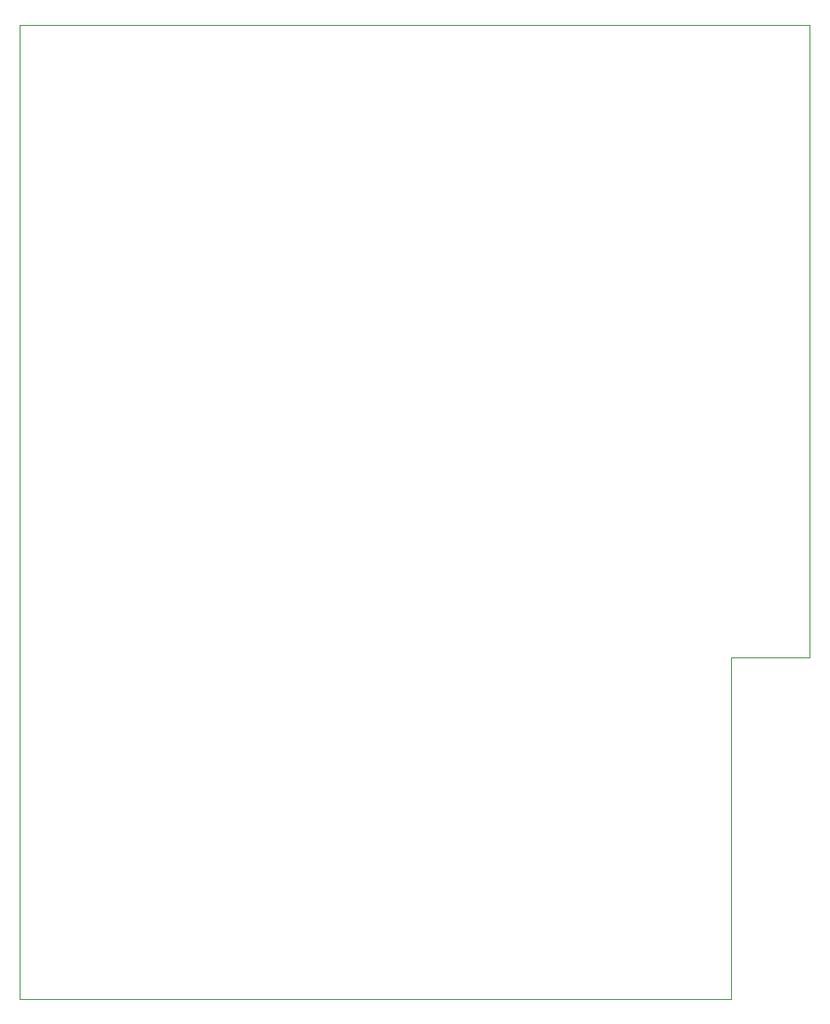
<source format=gm1>
G04 #@! TF.GenerationSoftware,KiCad,Pcbnew,(5.1.4)-1*
G04 #@! TF.CreationDate,2021-09-05T23:40:42-04:00*
G04 #@! TF.ProjectId,ground_loop_breaker,67726f75-6e64-45f6-9c6f-6f705f627265,rev?*
G04 #@! TF.SameCoordinates,Original*
G04 #@! TF.FileFunction,Profile,NP*
%FSLAX46Y46*%
G04 Gerber Fmt 4.6, Leading zero omitted, Abs format (unit mm)*
G04 Created by KiCad (PCBNEW (5.1.4)-1) date 2021-09-05 23:40:42*
%MOMM*%
%LPD*%
G04 APERTURE LIST*
%ADD10C,0.050000*%
G04 APERTURE END LIST*
D10*
X150000000Y-50000000D02*
X75000000Y-50000000D01*
X150000000Y-110000000D02*
X150000000Y-50000000D01*
X142500000Y-110000000D02*
X150000000Y-110000000D01*
X142500000Y-142500000D02*
X142500000Y-110000000D01*
X75000000Y-142500000D02*
X142500000Y-142500000D01*
X75000000Y-50000000D02*
X75000000Y-142500000D01*
M02*

</source>
